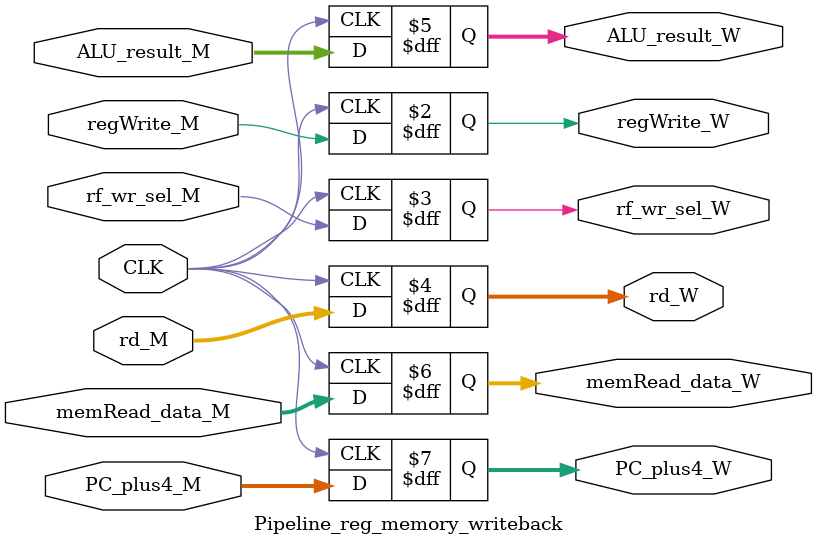
<source format=sv>
`timescale 1ns / 1ps

module Pipeline_reg_memory_writeback(
    input CLK,
    input regWrite_M,
    input rf_wr_sel_M,
    input [4:0] rd_M,
    input [31:0] ALU_result_M,
    input [31:0] memRead_data_M,
    input [31:0] PC_plus4_M,
    output logic regWrite_W,
    output logic rf_wr_sel_W,
    output logic [4:0] rd_W,
    output logic [31:0] ALU_result_W,
    output logic [31:0] memRead_data_W,
    output logic [31:0] PC_plus4_W
    );

    always_ff @(posedge CLK ) begin 
        regWrite_W <= regWrite_M;
        rf_wr_sel_W <= rf_wr_sel_M;
        rd_W <= rd_M;
        ALU_result_W <= ALU_result_M;
        memRead_data_W <= memRead_data_M;
        PC_plus4_W <= PC_plus4_M;
    end
endmodule

</source>
